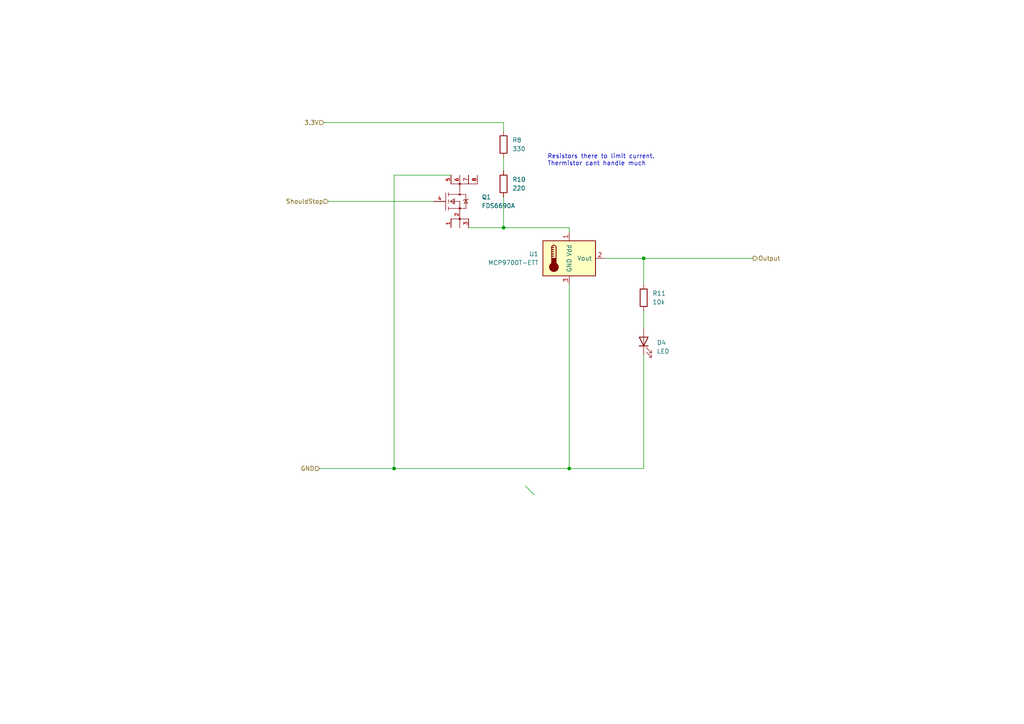
<source format=kicad_sch>
(kicad_sch (version 20211123) (generator eeschema)
  (paper "A4")
  (lib_symbols
    (symbol "Device:LED" (pin_numbers hide) (pin_names (offset 1.016) hide)
      (property "Reference" "D" (at 0 2.54 0))
      (property "Value" "LED" (at 0 -2.54 0))
      (symbol "LED_0_1"
        (polyline (pts (xy -1.27 -1.27) (xy -1.27 1.27)) (stroke (width 0.254)))
        (polyline (pts (xy -1.27 0) (xy 1.27 0)))
        (polyline (pts (xy 1.27 -1.27) (xy 1.27 1.27) (xy -1.27 0) (xy 1.27 -1.27)) (stroke (width 0.254)))
        (polyline (pts (xy -3.048 -0.762) (xy -4.572 -2.286) (xy -3.81 -2.286) (xy -4.572 -2.286) (xy -4.572 -1.524)))
        (polyline (pts (xy -1.778 -0.762) (xy -3.302 -2.286) (xy -2.54 -2.286) (xy -3.302 -2.286) (xy -3.302 -1.524)))
      )
      (symbol "LED_1_1"
        (pin passive line (at -3.81 0 0) (length 2.54) (name "K") (number "1"))
        (pin passive line (at 3.81 0 180) (length 2.54) (name "A") (number "2"))
      )
    )
    (symbol "Device:R" (pin_numbers hide) (pin_names (offset 0))
      (property "Reference" "R" (at 2.032 0 90))
      (property "Value" "R" (at 0 0 90))
      (symbol "R_0_1"
        (rectangle (start -1.016 -2.54) (end 1.016 2.54) (stroke (width 0.254)))
      )
      (symbol "R_1_1"
        (pin passive line (at 0 3.81 270) (length 1.27) (name "~") (number "1"))
        (pin passive line (at 0 -3.81 90) (length 1.27) (name "~") (number "2"))
      )
    )
    (symbol "Sensor_Temperature:MCP9700T-ETT" (pin_names (offset 1.016))
      (property "Reference" "U" (at -6.35 6.35 0))
      (property "Value" "MCP9700T-ETT" (at 1.27 6.35 0))
      (symbol "MCP9700T-ETT_0_1"
        (rectangle (start -7.62 5.08) (end 7.62 -5.08) (stroke (width 0.254)) (fill (type background)))
        (circle (center -4.445 -2.54) (radius 1.27) (stroke (width 0.254)) (fill (type outline)))
        (rectangle (start -3.81 -1.905) (end -5.08 0) (stroke (width 0.254)) (fill (type outline)))
        (arc (start -3.81 3.175) (mid -4.445 3.81) (end -5.08 3.175) (stroke (width 0.254)))
        (polyline (pts (xy -5.08 0.635) (xy -4.445 0.635)) (stroke (width 0.254)))
        (polyline (pts (xy -5.08 1.27) (xy -4.445 1.27)) (stroke (width 0.254)))
        (polyline (pts (xy -5.08 1.905) (xy -4.445 1.905)) (stroke (width 0.254)))
        (polyline (pts (xy -5.08 2.54) (xy -4.445 2.54)) (stroke (width 0.254)))
        (polyline (pts (xy -5.08 3.175) (xy -5.08 0)) (stroke (width 0.254)))
        (polyline (pts (xy -5.08 3.175) (xy -4.445 3.175)) (stroke (width 0.254)))
        (polyline (pts (xy -3.81 3.175) (xy -3.81 0)) (stroke (width 0.254)))
      )
      (symbol "MCP9700T-ETT_1_1"
        (pin power_in line (at 0 7.62 270) (length 2.54) (name "Vdd") (number "1"))
        (pin output line (at 10.16 0 180) (length 2.54) (name "Vout") (number "2"))
        (pin power_in line (at 0 -7.62 90) (length 2.54) (name "GND") (number "3"))
      )
    )
    (symbol "Symbol_EEE3088F:FDS6690A" (pin_names (offset 1.016))
      (property "Reference" "Q" (at 0 10.16 0))
      (property "Value" "FDS6690A" (at 0 12.7 0))
      (symbol "FDS6690A_1_1"
        (polyline (pts (xy 6.096 -2.54) (xy 6.096 2.54)))
        (polyline (pts (xy 6.858 -2.032) (xy 10.16 -2.032)))
        (polyline (pts (xy 6.858 -1.524) (xy 6.858 -2.54)))
        (polyline (pts (xy 6.858 0.508) (xy 6.858 -0.508)))
        (polyline (pts (xy 6.858 1.524) (xy 6.858 2.54)))
        (polyline (pts (xy 6.858 2.032) (xy 10.16 2.032)))
        (polyline (pts (xy 7.366 0) (xy 8.636 -0.762)))
        (polyline (pts (xy 7.366 0) (xy 8.636 0.762)))
        (polyline (pts (xy 7.62 -5.08) (xy 12.7 -5.08)))
        (polyline (pts (xy 7.62 0) (xy 10.16 0)))
        (polyline (pts (xy 7.62 5.08) (xy 15.24 5.08)))
        (polyline (pts (xy 8.382 0.254) (xy 8.382 -0.508)))
        (polyline (pts (xy 8.636 0.762) (xy 8.636 -0.762)))
        (polyline (pts (xy 10.16 -2.032) (xy 11.938 -2.032)))
        (polyline (pts (xy 10.16 5.08) (xy 10.16 2.54)))
        (polyline (pts (xy 11.43 -0.508) (xy 12.446 -0.508)))
        (polyline (pts (xy 11.43 0.508) (xy 11.176 0.254)))
        (polyline (pts (xy 11.938 -2.032) (xy 11.938 2.032)))
        (polyline (pts (xy 11.938 0.508) (xy 11.43 -0.508)))
        (polyline (pts (xy 11.938 0.508) (xy 11.43 0.508)))
        (polyline (pts (xy 11.938 0.508) (xy 12.446 0.508)))
        (polyline (pts (xy 11.938 2.032) (xy 10.16 2.032)))
        (polyline (pts (xy 12.446 -0.508) (xy 11.938 0.508)))
        (polyline (pts (xy 12.446 0.508) (xy 12.7 0.762)))
        (circle (center 10.16 -5.08) (radius 0.254))
        (circle (center 10.16 -2.032) (radius 0.254))
        (circle (center 10.16 2.032) (radius 0.254))
        (circle (center 10.16 5.08) (radius 0.254))
        (pin unspecified line (at 7.62 -7.62 90) (length 2.54) (name "S") (number "1"))
        (pin unspecified line (at 10.16 -7.62 90) (length 7.62) (name "S") (number "2"))
        (pin unspecified line (at 12.7 -7.62 90) (length 2.54) (name "S") (number "3"))
        (pin unspecified line (at 2.54 0 0) (length 3.556) (name "G") (number "4"))
        (pin unspecified line (at 7.62 7.62 270) (length 2.54) (name "D") (number "5"))
        (pin unspecified line (at 10.16 7.62 270) (length 2.54) (name "D") (number "6"))
        (pin unspecified line (at 12.7 7.62 270) (length 2.54) (name "D") (number "7"))
        (pin unspecified line (at 15.24 7.62 270) (length 2.54) (name "D") (number "8"))
      )
    )
  )
  (junction (at 114.3 135.89))
  (junction (at 186.69 74.93))
  (junction (at 165.1 135.89))
  (junction (at 146.05 66.04))
  (bus_entry (at 152.4 140.97) (size 2.54 2.54))
  (wire (pts (xy 93.98 35.56) (xy 146.05 35.56)))
  (wire (pts (xy 175.26 74.93) (xy 186.69 74.93)))
  (wire (pts (xy 146.05 35.56) (xy 146.05 38.1)))
  (wire (pts (xy 92.71 135.89) (xy 114.3 135.89)))
  (wire (pts (xy 165.1 82.55) (xy 165.1 135.89)))
  (wire (pts (xy 186.69 90.17) (xy 186.69 95.25)))
  (wire (pts (xy 114.3 135.89) (xy 165.1 135.89)))
  (wire (pts (xy 130.81 50.8) (xy 114.3 50.8)))
  (wire (pts (xy 186.69 74.93) (xy 218.44 74.93)))
  (wire (pts (xy 165.1 66.04) (xy 165.1 67.31)))
  (wire (pts (xy 95.25 58.42) (xy 125.73 58.42)))
  (wire (pts (xy 146.05 57.15) (xy 146.05 66.04)))
  (wire (pts (xy 186.69 135.89) (xy 186.69 102.87)))
  (wire (pts (xy 114.3 50.8) (xy 114.3 135.89)))
  (wire (pts (xy 146.05 45.72) (xy 146.05 49.53)))
  (wire (pts (xy 186.69 74.93) (xy 186.69 82.55)))
  (wire (pts (xy 165.1 135.89) (xy 186.69 135.89)))
  (wire (pts (xy 146.05 66.04) (xy 165.1 66.04)))
  (wire (pts (xy 135.89 66.04) (xy 146.05 66.04)))
  (text "Resistors there to limit current. \nThermistor cant handle much\n" (at 158.75 48.26 0) (effects (font (size 1.27 1.27)) (justify left bottom)))
  (hierarchical_label "ShouldStop" (shape input) (at 95.25 58.42 180))
  (hierarchical_label "3.3V" (shape input) (at 93.98 35.56 180))
  (hierarchical_label "Output" (shape output) (at 218.44 74.93 0))
  (hierarchical_label "GND" (shape input) (at 92.71 135.89 180))
  (symbol (lib_id "Device:R") (at 186.69 86.36 0) (unit 1)
    (property "Reference" "R11" (at 189.23 85.0899 0) (effects (justify left)))
    (property "Value" "10k" (at 189.23 87.6299 0) (effects (justify left)))
    (property "Footprint" "Resistor_SMD:R_0402_1005Metric" (effects hide))
    (property "Datasheet" "https://datasheet.lcsc.com/lcsc/2110260030_UNI-ROYAL-Uniroyal-Elec-0402WGF1002TCE_C25744.pdf" (effects hide))
    (property "JLCPart" " C25744 " (effects hide))
    (property "Description" "±1% 1/16W Thick Film Resistors 50V ±100ppm/℃ -55℃~+155℃ 10kΩ 0402 Chip Resistor - Surface Mount ROHS" (effects hide))
  )
  (symbol (lib_id "Device:LED") (at 186.69 99.06 90) (unit 1)
    (property "Reference" "D4" (at 190.5 99.3774 90) (effects (justify right)))
    (property "Value" "LED" (at 190.5 101.9174 90) (effects (justify right)))
    (property "JLCPart" "C2286" (effects hide))
  )
  (symbol (lib_id "Symbol_EEE3088F:FDS6690A") (at 123.19 58.42 0) (unit 1)
    (property "Reference" "Q1" (at 139.7 57.1499 0) (effects (justify left)))
    (property "Value" "FDS6690A" (at 139.7 59.6899 0) (effects (justify left)))
    (property "Footprint" "ON_Semi-CASE_751EB-0-0-*" (effects hide))
    (property "Datasheet" "https://datasheet.lcsc.com/lcsc/1912111437_ON-Semiconductor-FDS6690A_C87667.pdf" (effects hide))
    (property "category" "Trans" (effects hide))
    (property "digikey description" "N-Channel 30V 11A (Ta) 2.5W (Ta) Surface Mount 8-SO" (effects hide))
    (property "digikey part number" "FDS6690ACT-ND" (effects hide))
    (property "lead free" "yes" (effects hide))
    (property "library id" "f343f3e1ec73a186" (effects hide))
    (property "manufacturer" "ON Semi" (effects hide))
    (property "mouser part number" "512-FDS6690A" (effects hide))
    (property "package" "SO8" (effects hide))
    (property "rohs" "yes" (effects hide))
    (property "temperature range high" "+150°C" (effects hide))
    (property "temperature range low" "-55°C" (effects hide))
    (property "JLCPart" " C87667 " (effects hide))
  )
  (symbol (lib_id "Sensor_Temperature:MCP9700T-ETT") (at 165.1 74.93 0) (unit 1)
    (property "Reference" "U1" (at 156.21 73.6599 0) (effects (justify right)))
    (property "Value" "MCP9700T-ETT" (at 156.21 76.1999 0) (effects (justify right)))
    (property "Footprint" "Package_TO_SOT_SMD:SOT-23" (effects hide))
    (property "Datasheet" "http://ww1.microchip.com/downloads/en/DeviceDoc/21942e.pdf" (effects hide))
    (property "JLCPart" " C42288" (effects hide))
  )
  (symbol (lib_id "Device:R") (at 146.05 41.91 0) (unit 1)
    (property "Reference" "R8" (at 148.59 40.6399 0) (effects (justify left)))
    (property "Value" "330" (at 148.59 43.1799 0) (effects (justify left)))
    (property "Footprint" "Resistor_SMD:R_0402_1005Metric" (effects hide))
    (property "Datasheet" "https://datasheet.lcsc.com/lcsc/2110252230_UNI-ROYAL-Uniroyal-Elec-0402WGF3300TCE_C25104.pdf" (effects hide))
    (property "JLCPart" " C25104" (effects hide))
  )
  (symbol (lib_id "Device:R") (at 146.05 53.34 0) (unit 1)
    (property "Reference" "R10" (at 148.59 52.0699 0) (effects (justify left)))
    (property "Value" "220" (at 148.59 54.6099 0) (effects (justify left)))
    (property "Footprint" "Resistor_SMD:R_0402_1005Metric" (effects hide))
    (property "Datasheet" "https://datasheet.lcsc.com/lcsc/2110260030_UNI-ROYAL-Uniroyal-Elec-0402WGF1002TCE_C25744.pdf" (effects hide))
    (property "JLCPart" " C25744" (effects hide))
  )
)
</source>
